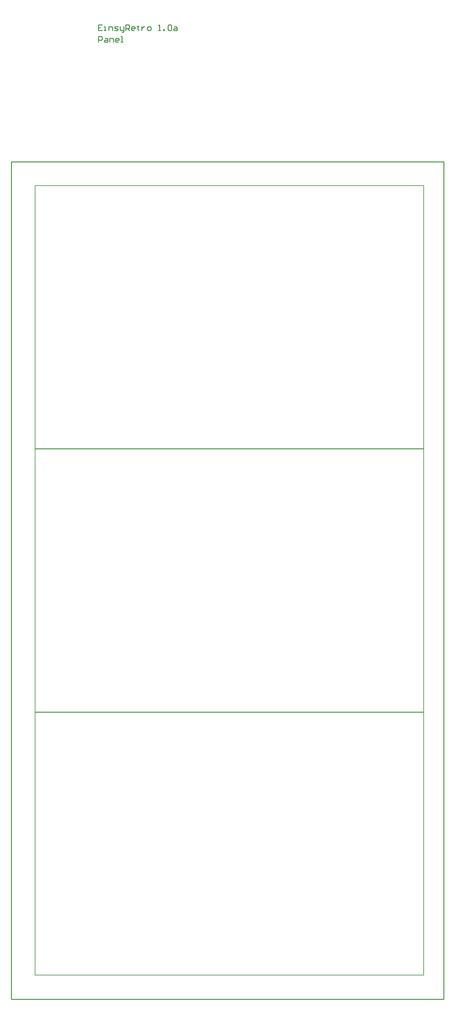
<source format=gm1>
G04 Layer_Color=16711935*
%FSLAX24Y24*%
%MOIN*%
G70*
G01*
G75*
%ADD12C,0.0100*%
%ADD14C,0.0080*%
G54D12*
X0Y0D02*
Y89016D01*
X46000D01*
Y0D02*
Y89016D01*
X0Y0D02*
X45928D01*
X9650Y103600D02*
X9250D01*
Y103000D01*
X9650D01*
X9250Y103300D02*
X9450D01*
X9850Y103000D02*
X10050D01*
X9950D01*
Y103400D01*
X9850D01*
X10350Y103000D02*
Y103400D01*
X10650D01*
X10750Y103300D01*
Y103000D01*
X10949D02*
X11249D01*
X11349Y103100D01*
X11249Y103200D01*
X11049D01*
X10949Y103300D01*
X11049Y103400D01*
X11349D01*
X11549D02*
Y103100D01*
X11649Y103000D01*
X11949D01*
Y102900D01*
X11849Y102800D01*
X11749D01*
X11949Y103000D02*
Y103400D01*
X12149Y103000D02*
Y103600D01*
X12449D01*
X12549Y103500D01*
Y103300D01*
X12449Y103200D01*
X12149D01*
X12349D02*
X12549Y103000D01*
X13049D02*
X12849D01*
X12749Y103100D01*
Y103300D01*
X12849Y103400D01*
X13049D01*
X13149Y103300D01*
Y103200D01*
X12749D01*
X13449Y103500D02*
Y103400D01*
X13349D01*
X13549D01*
X13449D01*
Y103100D01*
X13549Y103000D01*
X13849Y103400D02*
Y103000D01*
Y103200D01*
X13948Y103300D01*
X14048Y103400D01*
X14148D01*
X14548Y103000D02*
X14748D01*
X14848Y103100D01*
Y103300D01*
X14748Y103400D01*
X14548D01*
X14448Y103300D01*
Y103100D01*
X14548Y103000D01*
X15648D02*
X15848D01*
X15748D01*
Y103600D01*
X15648Y103500D01*
X16148Y103000D02*
Y103100D01*
X16248D01*
Y103000D01*
X16148D01*
X16648Y103500D02*
X16748Y103600D01*
X16948D01*
X17047Y103500D01*
Y103100D01*
X16948Y103000D01*
X16748D01*
X16648Y103100D01*
Y103500D01*
X17347Y103400D02*
X17547D01*
X17647Y103300D01*
Y103000D01*
X17347D01*
X17247Y103100D01*
X17347Y103200D01*
X17647D01*
X9250Y101750D02*
Y102350D01*
X9550D01*
X9650Y102250D01*
Y102050D01*
X9550Y101950D01*
X9250D01*
X9950Y102150D02*
X10150D01*
X10250Y102050D01*
Y101750D01*
X9950D01*
X9850Y101850D01*
X9950Y101950D01*
X10250D01*
X10450Y101750D02*
Y102150D01*
X10750D01*
X10849Y102050D01*
Y101750D01*
X11349D02*
X11149D01*
X11049Y101850D01*
Y102050D01*
X11149Y102150D01*
X11349D01*
X11449Y102050D01*
Y101950D01*
X11049D01*
X11649Y101750D02*
X11849D01*
X11749D01*
Y102350D01*
X11649D01*
G54D14*
X43880Y2542D02*
Y30495D01*
X2542Y2542D02*
Y30495D01*
Y2542D02*
X43880D01*
X2542Y30495D02*
X43880D01*
X43880Y30534D02*
Y58487D01*
X2542Y30534D02*
Y58487D01*
Y30534D02*
X43880D01*
X2542Y58487D02*
X43880D01*
X43880Y58526D02*
Y86479D01*
X2542Y58526D02*
Y86479D01*
Y58526D02*
X43880D01*
X2542Y86479D02*
X43880D01*
M02*

</source>
